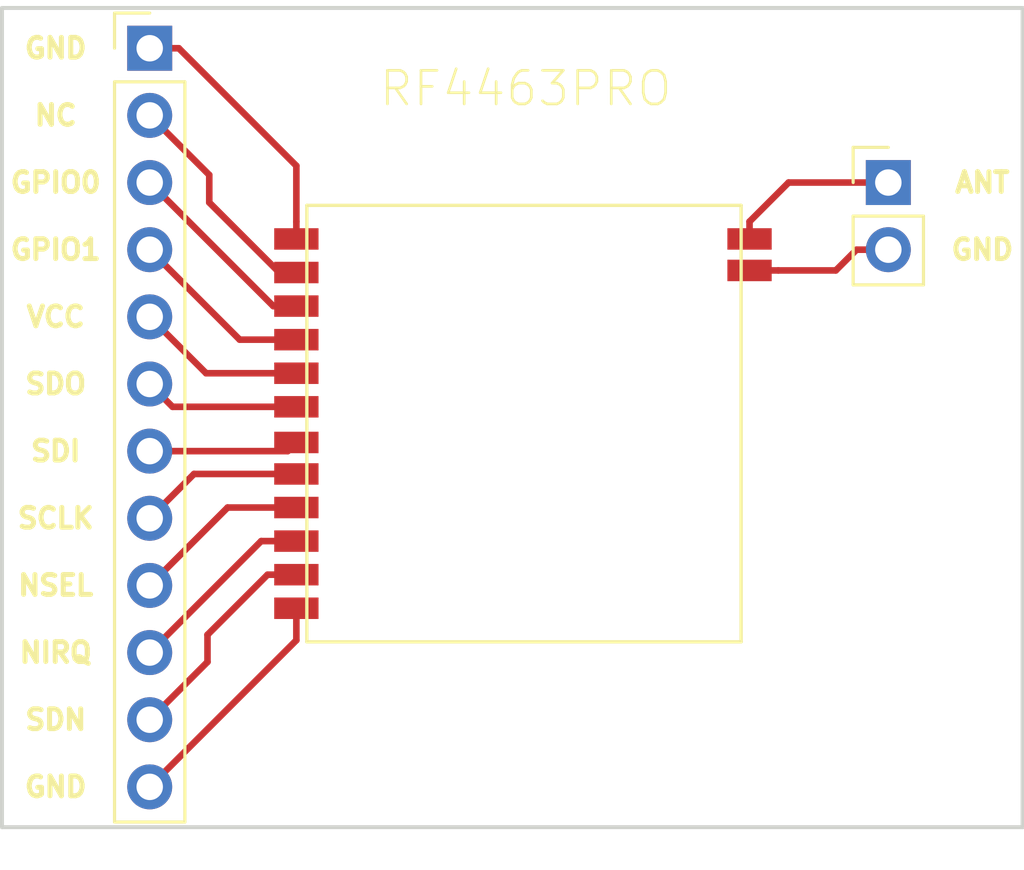
<source format=kicad_pcb>
(kicad_pcb (version 4) (host pcbnew 4.0.7)

  (general
    (links 14)
    (no_connects 14)
    (area 128.956999 89.840999 167.715001 120.979001)
    (thickness 1.6)
    (drawings 18)
    (tracks 37)
    (zones 0)
    (modules 3)
    (nets 15)
  )

  (page A4)
  (layers
    (0 F.Cu signal)
    (31 B.Cu signal)
    (32 B.Adhes user)
    (33 F.Adhes user)
    (34 B.Paste user)
    (35 F.Paste user)
    (36 B.SilkS user)
    (37 F.SilkS user)
    (38 B.Mask user)
    (39 F.Mask user)
    (40 Dwgs.User user)
    (41 Cmts.User user)
    (42 Eco1.User user)
    (43 Eco2.User user)
    (44 Edge.Cuts user)
    (45 Margin user)
    (46 B.CrtYd user)
    (47 F.CrtYd user)
    (48 B.Fab user)
    (49 F.Fab user)
  )

  (setup
    (last_trace_width 0.25)
    (trace_clearance 0.2)
    (zone_clearance 0.508)
    (zone_45_only no)
    (trace_min 0.2)
    (segment_width 0.2)
    (edge_width 0.15)
    (via_size 0.6)
    (via_drill 0.4)
    (via_min_size 0.4)
    (via_min_drill 0.3)
    (uvia_size 0.3)
    (uvia_drill 0.1)
    (uvias_allowed no)
    (uvia_min_size 0.2)
    (uvia_min_drill 0.1)
    (pcb_text_width 0.3)
    (pcb_text_size 1.5 1.5)
    (mod_edge_width 0.15)
    (mod_text_size 1 1)
    (mod_text_width 0.15)
    (pad_size 1.524 1.524)
    (pad_drill 0.762)
    (pad_to_mask_clearance 0.2)
    (aux_axis_origin 0 0)
    (visible_elements 7FFFFFFF)
    (pcbplotparams
      (layerselection 0x00030_80000001)
      (usegerberextensions false)
      (excludeedgelayer true)
      (linewidth 0.100000)
      (plotframeref false)
      (viasonmask false)
      (mode 1)
      (useauxorigin false)
      (hpglpennumber 1)
      (hpglpenspeed 20)
      (hpglpendiameter 15)
      (hpglpenoverlay 2)
      (psnegative false)
      (psa4output false)
      (plotreference true)
      (plotvalue true)
      (plotinvisibletext false)
      (padsonsilk false)
      (subtractmaskfromsilk false)
      (outputformat 1)
      (mirror false)
      (drillshape 1)
      (scaleselection 1)
      (outputdirectory ""))
  )

  (net 0 "")
  (net 1 "Net-(J1-Pad1)")
  (net 2 "Net-(J1-Pad2)")
  (net 3 "Net-(J1-Pad3)")
  (net 4 "Net-(J1-Pad4)")
  (net 5 "Net-(J1-Pad5)")
  (net 6 "Net-(J1-Pad6)")
  (net 7 "Net-(J1-Pad7)")
  (net 8 "Net-(J1-Pad8)")
  (net 9 "Net-(J1-Pad9)")
  (net 10 "Net-(J1-Pad10)")
  (net 11 "Net-(J1-Pad11)")
  (net 12 "Net-(J1-Pad12)")
  (net 13 "Net-(J2-Pad1)")
  (net 14 "Net-(J2-Pad2)")

  (net_class Default "This is the default net class."
    (clearance 0.2)
    (trace_width 0.25)
    (via_dia 0.6)
    (via_drill 0.4)
    (uvia_dia 0.3)
    (uvia_drill 0.1)
    (add_net "Net-(J1-Pad1)")
    (add_net "Net-(J1-Pad10)")
    (add_net "Net-(J1-Pad11)")
    (add_net "Net-(J1-Pad12)")
    (add_net "Net-(J1-Pad2)")
    (add_net "Net-(J1-Pad3)")
    (add_net "Net-(J1-Pad4)")
    (add_net "Net-(J1-Pad5)")
    (add_net "Net-(J1-Pad6)")
    (add_net "Net-(J1-Pad7)")
    (add_net "Net-(J1-Pad8)")
    (add_net "Net-(J1-Pad9)")
    (add_net "Net-(J2-Pad1)")
    (add_net "Net-(J2-Pad2)")
  )

  (module Pin_Headers:Pin_Header_Straight_1x12_Pitch2.54mm (layer F.Cu) (tedit 5AB30053) (tstamp 5AB2E2AA)
    (at 134.62 91.44)
    (descr "Through hole straight pin header, 1x12, 2.54mm pitch, single row")
    (tags "Through hole pin header THT 1x12 2.54mm single row")
    (path /5AB2DDF4)
    (fp_text reference J1 (at 0 -2.33) (layer F.SilkS) hide
      (effects (font (size 1 1) (thickness 0.15)))
    )
    (fp_text value Conn_01x12 (at 0 30.27) (layer F.Fab)
      (effects (font (size 1 1) (thickness 0.15)))
    )
    (fp_line (start -0.635 -1.27) (end 1.27 -1.27) (layer F.Fab) (width 0.1))
    (fp_line (start 1.27 -1.27) (end 1.27 29.21) (layer F.Fab) (width 0.1))
    (fp_line (start 1.27 29.21) (end -1.27 29.21) (layer F.Fab) (width 0.1))
    (fp_line (start -1.27 29.21) (end -1.27 -0.635) (layer F.Fab) (width 0.1))
    (fp_line (start -1.27 -0.635) (end -0.635 -1.27) (layer F.Fab) (width 0.1))
    (fp_line (start -1.33 29.27) (end 1.33 29.27) (layer F.SilkS) (width 0.12))
    (fp_line (start -1.33 1.27) (end -1.33 29.27) (layer F.SilkS) (width 0.12))
    (fp_line (start 1.33 1.27) (end 1.33 29.27) (layer F.SilkS) (width 0.12))
    (fp_line (start -1.33 1.27) (end 1.33 1.27) (layer F.SilkS) (width 0.12))
    (fp_line (start -1.33 0) (end -1.33 -1.33) (layer F.SilkS) (width 0.12))
    (fp_line (start -1.33 -1.33) (end 0 -1.33) (layer F.SilkS) (width 0.12))
    (fp_line (start -1.8 -1.8) (end -1.8 29.75) (layer F.CrtYd) (width 0.05))
    (fp_line (start -1.8 29.75) (end 1.8 29.75) (layer F.CrtYd) (width 0.05))
    (fp_line (start 1.8 29.75) (end 1.8 -1.8) (layer F.CrtYd) (width 0.05))
    (fp_line (start 1.8 -1.8) (end -1.8 -1.8) (layer F.CrtYd) (width 0.05))
    (fp_text user %R (at 0 13.97 90) (layer F.Fab)
      (effects (font (size 1 1) (thickness 0.15)))
    )
    (pad 1 thru_hole rect (at 0 0) (size 1.7 1.7) (drill 1) (layers *.Cu *.Mask)
      (net 1 "Net-(J1-Pad1)"))
    (pad 2 thru_hole oval (at 0 2.54) (size 1.7 1.7) (drill 1) (layers *.Cu *.Mask)
      (net 2 "Net-(J1-Pad2)"))
    (pad 3 thru_hole oval (at 0 5.08) (size 1.7 1.7) (drill 1) (layers *.Cu *.Mask)
      (net 3 "Net-(J1-Pad3)"))
    (pad 4 thru_hole oval (at 0 7.62) (size 1.7 1.7) (drill 1) (layers *.Cu *.Mask)
      (net 4 "Net-(J1-Pad4)"))
    (pad 5 thru_hole oval (at 0 10.16) (size 1.7 1.7) (drill 1) (layers *.Cu *.Mask)
      (net 5 "Net-(J1-Pad5)"))
    (pad 6 thru_hole oval (at 0 12.7) (size 1.7 1.7) (drill 1) (layers *.Cu *.Mask)
      (net 6 "Net-(J1-Pad6)"))
    (pad 7 thru_hole oval (at 0 15.24) (size 1.7 1.7) (drill 1) (layers *.Cu *.Mask)
      (net 7 "Net-(J1-Pad7)"))
    (pad 8 thru_hole oval (at 0 17.78) (size 1.7 1.7) (drill 1) (layers *.Cu *.Mask)
      (net 8 "Net-(J1-Pad8)"))
    (pad 9 thru_hole oval (at 0 20.32) (size 1.7 1.7) (drill 1) (layers *.Cu *.Mask)
      (net 9 "Net-(J1-Pad9)"))
    (pad 10 thru_hole oval (at 0 22.86) (size 1.7 1.7) (drill 1) (layers *.Cu *.Mask)
      (net 10 "Net-(J1-Pad10)"))
    (pad 11 thru_hole oval (at 0 25.4) (size 1.7 1.7) (drill 1) (layers *.Cu *.Mask)
      (net 11 "Net-(J1-Pad11)"))
    (pad 12 thru_hole oval (at 0 27.94) (size 1.7 1.7) (drill 1) (layers *.Cu *.Mask)
      (net 12 "Net-(J1-Pad12)"))
    (model ${KISYS3DMOD}/Pin_Headers.3dshapes/Pin_Header_Straight_1x12_Pitch2.54mm.wrl
      (at (xyz 0 0 0))
      (scale (xyz 1 1 1))
      (rotate (xyz 0 0 0))
    )
  )

  (module Pin_Headers:Pin_Header_Straight_1x02_Pitch2.54mm (layer F.Cu) (tedit 5AB30056) (tstamp 5AB2E2B0)
    (at 162.56 96.52)
    (descr "Through hole straight pin header, 1x02, 2.54mm pitch, single row")
    (tags "Through hole pin header THT 1x02 2.54mm single row")
    (path /5AB2DD97)
    (fp_text reference J2 (at 0 -2.33) (layer F.SilkS) hide
      (effects (font (size 1 1) (thickness 0.15)))
    )
    (fp_text value Conn_01x02 (at 0 4.87) (layer F.Fab)
      (effects (font (size 1 1) (thickness 0.15)))
    )
    (fp_line (start -0.635 -1.27) (end 1.27 -1.27) (layer F.Fab) (width 0.1))
    (fp_line (start 1.27 -1.27) (end 1.27 3.81) (layer F.Fab) (width 0.1))
    (fp_line (start 1.27 3.81) (end -1.27 3.81) (layer F.Fab) (width 0.1))
    (fp_line (start -1.27 3.81) (end -1.27 -0.635) (layer F.Fab) (width 0.1))
    (fp_line (start -1.27 -0.635) (end -0.635 -1.27) (layer F.Fab) (width 0.1))
    (fp_line (start -1.33 3.87) (end 1.33 3.87) (layer F.SilkS) (width 0.12))
    (fp_line (start -1.33 1.27) (end -1.33 3.87) (layer F.SilkS) (width 0.12))
    (fp_line (start 1.33 1.27) (end 1.33 3.87) (layer F.SilkS) (width 0.12))
    (fp_line (start -1.33 1.27) (end 1.33 1.27) (layer F.SilkS) (width 0.12))
    (fp_line (start -1.33 0) (end -1.33 -1.33) (layer F.SilkS) (width 0.12))
    (fp_line (start -1.33 -1.33) (end 0 -1.33) (layer F.SilkS) (width 0.12))
    (fp_line (start -1.8 -1.8) (end -1.8 4.35) (layer F.CrtYd) (width 0.05))
    (fp_line (start -1.8 4.35) (end 1.8 4.35) (layer F.CrtYd) (width 0.05))
    (fp_line (start 1.8 4.35) (end 1.8 -1.8) (layer F.CrtYd) (width 0.05))
    (fp_line (start 1.8 -1.8) (end -1.8 -1.8) (layer F.CrtYd) (width 0.05))
    (fp_text user %R (at 0 1.27 90) (layer F.Fab)
      (effects (font (size 1 1) (thickness 0.15)))
    )
    (pad 1 thru_hole rect (at 0 0) (size 1.7 1.7) (drill 1) (layers *.Cu *.Mask)
      (net 13 "Net-(J2-Pad1)"))
    (pad 2 thru_hole oval (at 0 2.54) (size 1.7 1.7) (drill 1) (layers *.Cu *.Mask)
      (net 14 "Net-(J2-Pad2)"))
    (model ${KISYS3DMOD}/Pin_Headers.3dshapes/Pin_Header_Straight_1x02_Pitch2.54mm.wrl
      (at (xyz 0 0 0))
      (scale (xyz 1 1 1))
      (rotate (xyz 0 0 0))
    )
  )

  (module CustomFootprintLibrary:RF4436PRO-STD_BOARD (layer F.Cu) (tedit 5AB3005B) (tstamp 5AB2E2C2)
    (at 148.5011 105.0036)
    (path /5AB2E0E7)
    (attr smd)
    (fp_text reference M1 (at -1.905 -5.715) (layer F.SilkS) hide
      (effects (font (size 1.27 1.27) (thickness 0.1016)))
    )
    (fp_text value RF4463PRO (at 0.3429 -12.0396) (layer F.SilkS)
      (effects (font (size 1.27 1.27) (thickness 0.1016)))
    )
    (fp_line (start 8.49122 -7.62) (end 8.49122 8.89) (layer F.SilkS) (width 0.127))
    (fp_line (start 8.49122 8.89) (end -7.9375 8.89) (layer F.SilkS) (width 0.127))
    (fp_line (start -7.9375 8.89) (end -7.9375 -7.62) (layer F.SilkS) (width 0.127))
    (fp_line (start -7.9375 -7.62) (end 8.49122 -7.62) (layer F.SilkS) (width 0.127))
    (pad 13 smd rect (at 8.80872 -6.35) (size 1.6764 0.8128) (layers F.Cu F.Paste F.Mask)
      (net 13 "Net-(J2-Pad1)"))
    (pad 14 smd rect (at 8.80872 -5.15874) (size 1.6764 0.8128) (layers F.Cu F.Paste F.Mask)
      (net 14 "Net-(J2-Pad2)"))
    (pad 1 smd rect (at -8.33374 -6.35) (size 1.6764 0.8128) (layers F.Cu F.Paste F.Mask)
      (net 1 "Net-(J1-Pad1)"))
    (pad 12 smd rect (at -8.33374 7.62) (size 1.6764 0.8128) (layers F.Cu F.Paste F.Mask)
      (net 12 "Net-(J1-Pad12)"))
    (pad 3 smd rect (at -8.33374 -3.81) (size 1.6764 0.8128) (layers F.Cu F.Paste F.Mask)
      (net 3 "Net-(J1-Pad3)"))
    (pad 4 smd rect (at -8.33374 -2.54) (size 1.6764 0.8128) (layers F.Cu F.Paste F.Mask)
      (net 4 "Net-(J1-Pad4)"))
    (pad 2 smd rect (at -8.33374 -5.08) (size 1.6764 0.8128) (layers F.Cu F.Paste F.Mask)
      (net 2 "Net-(J1-Pad2)"))
    (pad 10 smd rect (at -8.33374 5.08) (size 1.6764 0.8128) (layers F.Cu F.Paste F.Mask)
      (net 10 "Net-(J1-Pad10)"))
    (pad 9 smd rect (at -8.33374 3.81) (size 1.6764 0.8128) (layers F.Cu F.Paste F.Mask)
      (net 9 "Net-(J1-Pad9)"))
    (pad 8 smd rect (at -8.33374 2.54) (size 1.6764 0.8128) (layers F.Cu F.Paste F.Mask)
      (net 8 "Net-(J1-Pad8)"))
    (pad 7 smd rect (at -8.33374 1.34874) (size 1.6764 0.8128) (layers F.Cu F.Paste F.Mask)
      (net 7 "Net-(J1-Pad7)"))
    (pad 11 smd rect (at -8.33374 6.35) (size 1.6764 0.8128) (layers F.Cu F.Paste F.Mask)
      (net 11 "Net-(J1-Pad11)"))
    (pad 6 smd rect (at -8.33374 0) (size 1.6764 0.8128) (layers F.Cu F.Paste F.Mask)
      (net 6 "Net-(J1-Pad6)"))
    (pad 5 smd rect (at -8.33374 -1.27) (size 1.6764 0.8128) (layers F.Cu F.Paste F.Mask)
      (net 5 "Net-(J1-Pad5)"))
  )

  (gr_line (start 167.64 89.916) (end 129.032 89.916) (layer Edge.Cuts) (width 0.15))
  (gr_line (start 167.64 120.904) (end 167.64 89.916) (layer Edge.Cuts) (width 0.15))
  (gr_line (start 129.032 120.904) (end 167.64 120.904) (layer Edge.Cuts) (width 0.15))
  (gr_line (start 129.032 89.916) (end 129.032 120.904) (layer Edge.Cuts) (width 0.15))
  (gr_text GND (at 166.116 99.06) (layer F.SilkS) (tstamp 5AB30155)
    (effects (font (size 0.75 0.75) (thickness 0.1875)))
  )
  (gr_text ANT (at 166.116 96.52) (layer F.SilkS) (tstamp 5AB30154)
    (effects (font (size 0.75 0.75) (thickness 0.1875)))
  )
  (gr_text GND (at 131.064 119.38) (layer F.SilkS) (tstamp 5AB30153)
    (effects (font (size 0.75 0.75) (thickness 0.1875)))
  )
  (gr_text SDN (at 131.064 116.84) (layer F.SilkS) (tstamp 5AB30152)
    (effects (font (size 0.75 0.75) (thickness 0.1875)))
  )
  (gr_text NIRQ (at 131.064 114.3) (layer F.SilkS) (tstamp 5AB30151)
    (effects (font (size 0.75 0.75) (thickness 0.1875)))
  )
  (gr_text NSEL (at 131.064 111.76) (layer F.SilkS) (tstamp 5AB30150)
    (effects (font (size 0.75 0.75) (thickness 0.1875)))
  )
  (gr_text SCLK (at 131.064 109.22) (layer F.SilkS) (tstamp 5AB3014F)
    (effects (font (size 0.75 0.75) (thickness 0.1875)))
  )
  (gr_text SDI (at 131.064 106.68) (layer F.SilkS) (tstamp 5AB3014E)
    (effects (font (size 0.75 0.75) (thickness 0.1875)))
  )
  (gr_text SDO (at 131.064 104.14) (layer F.SilkS) (tstamp 5AB3014C)
    (effects (font (size 0.75 0.75) (thickness 0.1875)))
  )
  (gr_text VCC (at 131.064 101.6) (layer F.SilkS) (tstamp 5AB3014B)
    (effects (font (size 0.75 0.75) (thickness 0.1875)))
  )
  (gr_text GPIO1 (at 131.064 99.06) (layer F.SilkS) (tstamp 5AB3014A)
    (effects (font (size 0.75 0.75) (thickness 0.1875)))
  )
  (gr_text GPIO0 (at 131.064 96.52) (layer F.SilkS) (tstamp 5AB30149)
    (effects (font (size 0.75 0.75) (thickness 0.1875)))
  )
  (gr_text NC (at 131.064 93.98) (layer F.SilkS) (tstamp 5AB30148)
    (effects (font (size 0.75 0.75) (thickness 0.1875)))
  )
  (gr_text GND (at 131.064 91.44) (layer F.SilkS)
    (effects (font (size 0.75 0.75) (thickness 0.1875)))
  )

  (segment (start 134.62 91.44) (end 135.72 91.44) (width 0.25) (layer F.Cu) (net 1))
  (segment (start 135.72 91.44) (end 140.16736 95.88736) (width 0.25) (layer F.Cu) (net 1))
  (segment (start 140.16736 95.88736) (end 140.16736 97.9972) (width 0.25) (layer F.Cu) (net 1))
  (segment (start 140.16736 97.9972) (end 140.16736 98.6536) (width 0.25) (layer F.Cu) (net 1))
  (segment (start 134.62 93.98) (end 136.872608 96.232608) (width 0.25) (layer F.Cu) (net 2))
  (segment (start 136.872608 96.232608) (end 136.872608 97.274565) (width 0.25) (layer F.Cu) (net 2))
  (segment (start 136.872608 97.274565) (end 139.521643 99.9236) (width 0.25) (layer F.Cu) (net 2))
  (segment (start 139.521643 99.9236) (end 140.16736 99.9236) (width 0.25) (layer F.Cu) (net 2))
  (segment (start 134.62 96.52) (end 139.2936 101.1936) (width 0.25) (layer F.Cu) (net 3))
  (segment (start 139.2936 101.1936) (end 140.16736 101.1936) (width 0.25) (layer F.Cu) (net 3))
  (segment (start 134.62 99.06) (end 138.0236 102.4636) (width 0.25) (layer F.Cu) (net 4))
  (segment (start 138.0236 102.4636) (end 140.16736 102.4636) (width 0.25) (layer F.Cu) (net 4))
  (segment (start 134.62 101.6) (end 136.7536 103.7336) (width 0.25) (layer F.Cu) (net 5))
  (segment (start 136.7536 103.7336) (end 140.16736 103.7336) (width 0.25) (layer F.Cu) (net 5))
  (segment (start 134.62 104.14) (end 135.4836 105.0036) (width 0.25) (layer F.Cu) (net 6))
  (segment (start 135.4836 105.0036) (end 140.16736 105.0036) (width 0.25) (layer F.Cu) (net 6))
  (segment (start 134.62 106.68) (end 139.8397 106.68) (width 0.25) (layer F.Cu) (net 7))
  (segment (start 139.8397 106.68) (end 140.16736 106.35234) (width 0.25) (layer F.Cu) (net 7))
  (segment (start 134.62 109.22) (end 136.2964 107.5436) (width 0.25) (layer F.Cu) (net 8))
  (segment (start 136.2964 107.5436) (end 140.16736 107.5436) (width 0.25) (layer F.Cu) (net 8))
  (segment (start 134.62 111.76) (end 137.5664 108.8136) (width 0.25) (layer F.Cu) (net 9))
  (segment (start 137.5664 108.8136) (end 140.16736 108.8136) (width 0.25) (layer F.Cu) (net 9))
  (segment (start 134.62 114.3) (end 138.8364 110.0836) (width 0.25) (layer F.Cu) (net 10))
  (segment (start 138.8364 110.0836) (end 140.16736 110.0836) (width 0.25) (layer F.Cu) (net 10))
  (segment (start 134.62 116.84) (end 136.805652 114.654348) (width 0.25) (layer F.Cu) (net 11))
  (segment (start 136.805652 114.654348) (end 136.805652 113.627108) (width 0.25) (layer F.Cu) (net 11))
  (segment (start 136.805652 113.627108) (end 139.07916 111.3536) (width 0.25) (layer F.Cu) (net 11))
  (segment (start 139.07916 111.3536) (end 140.16736 111.3536) (width 0.25) (layer F.Cu) (net 11))
  (segment (start 134.62 119.38) (end 140.16736 113.83264) (width 0.25) (layer F.Cu) (net 12))
  (segment (start 140.16736 113.83264) (end 140.16736 112.6236) (width 0.25) (layer F.Cu) (net 12))
  (segment (start 162.56 96.52) (end 158.78702 96.52) (width 0.25) (layer F.Cu) (net 13))
  (segment (start 158.78702 96.52) (end 157.30982 97.9972) (width 0.25) (layer F.Cu) (net 13))
  (segment (start 157.30982 97.9972) (end 157.30982 98.6536) (width 0.25) (layer F.Cu) (net 13))
  (segment (start 162.56 99.06) (end 161.357919 99.06) (width 0.25) (layer F.Cu) (net 14))
  (segment (start 161.357919 99.06) (end 160.573059 99.84486) (width 0.25) (layer F.Cu) (net 14))
  (segment (start 160.573059 99.84486) (end 158.39802 99.84486) (width 0.25) (layer F.Cu) (net 14))
  (segment (start 158.39802 99.84486) (end 157.30982 99.84486) (width 0.25) (layer F.Cu) (net 14))

)

</source>
